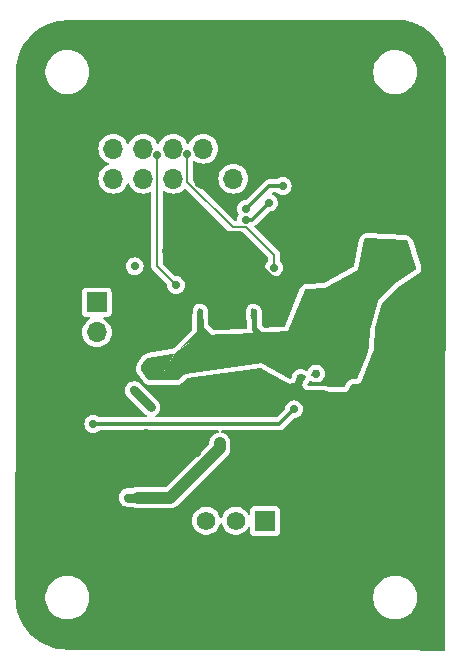
<source format=gbr>
%TF.GenerationSoftware,KiCad,Pcbnew,8.0.5*%
%TF.CreationDate,2025-12-29T14:40:48-06:00*%
%TF.ProjectId,FOC_DV,464f435f-4456-42e6-9b69-6361645f7063,rev?*%
%TF.SameCoordinates,Original*%
%TF.FileFunction,Copper,L2,Bot*%
%TF.FilePolarity,Positive*%
%FSLAX46Y46*%
G04 Gerber Fmt 4.6, Leading zero omitted, Abs format (unit mm)*
G04 Created by KiCad (PCBNEW 8.0.5) date 2025-12-29 14:40:48*
%MOMM*%
%LPD*%
G01*
G04 APERTURE LIST*
%TA.AperFunction,ComponentPad*%
%ADD10C,0.399999*%
%TD*%
%TA.AperFunction,ComponentPad*%
%ADD11R,1.750000X1.750000*%
%TD*%
%TA.AperFunction,ComponentPad*%
%ADD12C,1.575000*%
%TD*%
%TA.AperFunction,ComponentPad*%
%ADD13O,2.500000X1.700000*%
%TD*%
%TA.AperFunction,ComponentPad*%
%ADD14R,1.700000X1.700000*%
%TD*%
%TA.AperFunction,ComponentPad*%
%ADD15O,1.700000X1.700000*%
%TD*%
%TA.AperFunction,ComponentPad*%
%ADD16C,1.600000*%
%TD*%
%TA.AperFunction,ComponentPad*%
%ADD17R,1.600000X1.600000*%
%TD*%
%TA.AperFunction,ViaPad*%
%ADD18C,0.700000*%
%TD*%
%TA.AperFunction,Conductor*%
%ADD19C,0.750000*%
%TD*%
%TA.AperFunction,Conductor*%
%ADD20C,0.300000*%
%TD*%
%TA.AperFunction,Conductor*%
%ADD21C,0.200000*%
%TD*%
%TA.AperFunction,Conductor*%
%ADD22C,1.000000*%
%TD*%
G04 APERTURE END LIST*
D10*
%TO.P,U1,V*%
%TO.N,GND*%
X146049999Y-73500001D03*
X147049999Y-73500001D03*
X148050000Y-73500001D03*
X149050001Y-73500001D03*
X150050001Y-73500001D03*
X146049999Y-72500000D03*
X147049999Y-72500000D03*
X148050000Y-72500000D03*
X149050001Y-72500000D03*
X150050001Y-72500000D03*
X146049999Y-71499999D03*
X147049999Y-71499999D03*
X148050000Y-71499999D03*
X149050001Y-71499999D03*
X150050001Y-71499999D03*
%TD*%
D11*
%TO.P,J3,3,3*%
%TO.N,phase_A*%
X151250000Y-92500000D03*
D12*
%TO.P,J3,2,2*%
%TO.N,phase_B*%
X148750000Y-92500000D03*
%TO.P,J3,1,1*%
%TO.N,phase_C*%
X146250000Y-92500000D03*
%TD*%
D13*
%TO.P,REF\u002A\u002A,1*%
%TO.N,VCC*%
X161500000Y-70750000D03*
%TO.P,REF\u002A\u002A,2*%
%TO.N,GND*%
X161500000Y-64500000D03*
%TD*%
D14*
%TO.P,U2,1*%
%TO.N,GND*%
X148540000Y-61000000D03*
D15*
%TO.P,U2,2*%
%TO.N,+3.3V*%
X148540000Y-63540000D03*
%TO.P,U2,3*%
%TO.N,Net-(U2-En)*%
X146000000Y-61000000D03*
%TO.P,U2,4*%
%TO.N,GND*%
X146000000Y-63540000D03*
%TO.P,U2,5*%
%TO.N,IN3*%
X143460000Y-61000000D03*
%TO.P,U2,6*%
%TO.N,nRST*%
X143460000Y-63540000D03*
%TO.P,U2,7*%
%TO.N,IN2*%
X140920000Y-61000000D03*
%TO.P,U2,8*%
%TO.N,nSLP*%
X140920000Y-63540000D03*
%TO.P,U2,9*%
%TO.N,IN1*%
X138380000Y-61000000D03*
%TO.P,U2,10*%
%TO.N,nFLT*%
X138380000Y-63540000D03*
%TD*%
D14*
%TO.P,J1,1,Pin_1*%
%TO.N,CC_out*%
X137000000Y-74000000D03*
D15*
%TO.P,J1,2,Pin_2*%
%TO.N,CA_out*%
X137000000Y-76540000D03*
%TD*%
D16*
%TO.P,C1,2*%
%TO.N,GND*%
X161750000Y-77150000D03*
D17*
%TO.P,C1,1*%
%TO.N,VCC*%
X159250000Y-77150000D03*
%TD*%
D18*
%TO.N,GND*%
X154240000Y-80400000D03*
X155550000Y-80030000D03*
X158750000Y-81250000D03*
X163320000Y-88060000D03*
X161810000Y-91210000D03*
X158190000Y-85850000D03*
X159020000Y-92890000D03*
X156560000Y-95030000D03*
X153490000Y-98170000D03*
X149399672Y-100280327D03*
X147250000Y-100390000D03*
X144980000Y-100460000D03*
X139770000Y-97750000D03*
X138380000Y-96420000D03*
X136360000Y-93990000D03*
X131230000Y-87270000D03*
X131440000Y-80870000D03*
X131440000Y-73860000D03*
X131320000Y-68530000D03*
X138160000Y-58080000D03*
X144060000Y-58030000D03*
X142779006Y-56566798D03*
X147930991Y-57320869D03*
X151773775Y-58075702D03*
X153626546Y-56360173D03*
X156010000Y-57680000D03*
X158200000Y-60600759D03*
X158830000Y-58730000D03*
X164440000Y-61610000D03*
X162110000Y-60660000D03*
X160007303Y-61837985D03*
X158190000Y-63850000D03*
X161100000Y-66540000D03*
X164790000Y-67970000D03*
X142830000Y-69650000D03*
X156090000Y-83920000D03*
X146970000Y-81630000D03*
X156280000Y-81870000D03*
X147320000Y-80620000D03*
X141170000Y-85025000D03*
X134720000Y-90750000D03*
X134860000Y-92420000D03*
X141600000Y-85700000D03*
X152120000Y-72890000D03*
X151803384Y-72026309D03*
X144949620Y-72229620D03*
%TO.N,IN3*%
X152000000Y-71060000D03*
X144615380Y-61465380D03*
%TO.N,IN2*%
X143710000Y-72550000D03*
X142100000Y-61500000D03*
%TO.N,+3.3V*%
X147410000Y-85940000D03*
X139610000Y-90530000D03*
%TO.N,nRST*%
X152730000Y-64150000D03*
X149624999Y-66085916D03*
%TO.N,nSLP*%
X149590000Y-67000000D03*
X151570000Y-65560000D03*
%TO.N,GND*%
X144750000Y-73050000D03*
X151200000Y-72850000D03*
X151150000Y-71650000D03*
X151400000Y-74150000D03*
X149000000Y-68300000D03*
X165450000Y-86000000D03*
X164410749Y-83737982D03*
X163034432Y-83572161D03*
X163250000Y-84650000D03*
X163700000Y-82250000D03*
X164156048Y-74440384D03*
X164798814Y-75504964D03*
X164879159Y-78417494D03*
X163774407Y-80948381D03*
X164738554Y-80225271D03*
X164798814Y-81470628D03*
X162589308Y-82414690D03*
X162700000Y-81500000D03*
X162800000Y-80400000D03*
X164000000Y-79300000D03*
%TO.N,VCC*%
X150950000Y-78250000D03*
X151850000Y-78150000D03*
X151600000Y-77250000D03*
X150800000Y-77250000D03*
X154100000Y-77200000D03*
X155300000Y-78000000D03*
X156600000Y-78100000D03*
X155500000Y-76800000D03*
X143100000Y-79600000D03*
X144000000Y-78600000D03*
X144300000Y-79400000D03*
X145600000Y-78500000D03*
X145100000Y-77750000D03*
X146000000Y-77150000D03*
%TO.N,CC_out*%
X153700000Y-83050000D03*
X136700000Y-84300000D03*
%TO.N,CA_out*%
X141600000Y-82900000D03*
X140164676Y-81464676D03*
%TO.N,GND*%
X143750000Y-71000000D03*
X156000000Y-85500000D03*
X158000000Y-87000000D03*
X145500000Y-86750000D03*
X143750000Y-85500000D03*
X148250000Y-80500000D03*
X152250000Y-74250000D03*
X158000000Y-69750000D03*
X156750000Y-67500000D03*
%TO.N,EN*%
X140200000Y-70950000D03*
%TD*%
D19*
%TO.N,GND*%
X142830000Y-69650000D02*
X144155000Y-68325000D01*
X144155000Y-68325000D02*
X149000000Y-68325000D01*
X153800000Y-81630000D02*
X156090000Y-83920000D01*
X146970000Y-81630000D02*
X153800000Y-81630000D01*
X156230000Y-81820000D02*
X156280000Y-81870000D01*
X151840000Y-80620000D02*
X153040000Y-81820000D01*
X153040000Y-81820000D02*
X156230000Y-81820000D01*
X147320000Y-80620000D02*
X151840000Y-80620000D01*
X135845000Y-90350000D02*
X141170000Y-85025000D01*
X134720000Y-90750000D02*
X135120000Y-90350000D01*
X135120000Y-90350000D02*
X135845000Y-90350000D01*
X134920000Y-92360000D02*
X134860000Y-92420000D01*
X135730000Y-92360000D02*
X134920000Y-92360000D01*
X141600000Y-85700000D02*
X141600000Y-86490000D01*
X141600000Y-86490000D02*
X135730000Y-92360000D01*
X150825000Y-71595000D02*
X150825000Y-70885000D01*
X152120000Y-72890000D02*
X150825000Y-71595000D01*
X150825000Y-70885000D02*
X148880000Y-68940000D01*
X148880000Y-68940000D02*
X149000000Y-68820000D01*
X149000000Y-68820000D02*
X149000000Y-68325000D01*
X151803384Y-72026309D02*
X151658161Y-72026309D01*
X151658161Y-72026309D02*
X150825000Y-71193148D01*
X150825000Y-71193148D02*
X150825000Y-70125000D01*
X150825000Y-70125000D02*
X149025000Y-68325000D01*
X149025000Y-68325000D02*
X149000000Y-68325000D01*
X144655000Y-71905000D02*
X144949620Y-72199620D01*
X144350000Y-71600000D02*
X144655000Y-71905000D01*
X144655000Y-71905000D02*
X143750000Y-71000000D01*
D20*
X144350000Y-71600000D02*
X143750000Y-71000000D01*
D19*
X144949620Y-72199620D02*
X144949620Y-72229620D01*
D21*
%TO.N,IN3*%
X152000000Y-70000000D02*
X152000000Y-71060000D01*
X149650000Y-67650000D02*
X152000000Y-70000000D01*
X148483654Y-67650000D02*
X149650000Y-67650000D01*
X144615380Y-63781726D02*
X148483654Y-67650000D01*
X144615380Y-61465380D02*
X144615380Y-63781726D01*
%TO.N,IN2*%
X142100000Y-70940000D02*
X143710000Y-72550000D01*
X142100000Y-61500000D02*
X142100000Y-70940000D01*
D19*
%TO.N,+3.3V*%
X140510000Y-90530000D02*
X139610000Y-90530000D01*
D22*
X140510000Y-90530000D02*
X143204925Y-90530000D01*
X143204925Y-90530000D02*
X147410000Y-86324925D01*
X147410000Y-86324925D02*
X147410000Y-85940000D01*
D20*
%TO.N,nRST*%
X151560915Y-64150000D02*
X152730000Y-64150000D01*
X149624999Y-66085916D02*
X151560915Y-64150000D01*
%TO.N,nSLP*%
X149590000Y-67000000D02*
X150130000Y-67000000D01*
X150130000Y-67000000D02*
X151570000Y-65560000D01*
%TO.N,CC_out*%
X152450000Y-84300000D02*
X136700000Y-84300000D01*
X153700000Y-83050000D02*
X152450000Y-84300000D01*
D19*
%TO.N,CA_out*%
X141600000Y-82900000D02*
X140164676Y-81464676D01*
%TD*%
%TA.AperFunction,Conductor*%
%TO.N,GND*%
G36*
X155616171Y-79690271D02*
G01*
X155637784Y-79695204D01*
X155663944Y-79704358D01*
X155690107Y-79713512D01*
X155710079Y-79723131D01*
X155757016Y-79752624D01*
X155774348Y-79766445D01*
X155813551Y-79805648D01*
X155827373Y-79822981D01*
X155856867Y-79869921D01*
X155866485Y-79889894D01*
X155884793Y-79942214D01*
X155889727Y-79963828D01*
X155895934Y-80018917D01*
X155895934Y-80041082D01*
X155889726Y-80096175D01*
X155884794Y-80117783D01*
X155866484Y-80170107D01*
X155856866Y-80190079D01*
X155827374Y-80237016D01*
X155813552Y-80254349D01*
X155774349Y-80293552D01*
X155757016Y-80307374D01*
X155710079Y-80336866D01*
X155690107Y-80346484D01*
X155637785Y-80364793D01*
X155616171Y-80369726D01*
X155561084Y-80375933D01*
X155538913Y-80375933D01*
X155483830Y-80369726D01*
X155462220Y-80364794D01*
X155409888Y-80346483D01*
X155389912Y-80336863D01*
X155300659Y-80280781D01*
X155300656Y-80280779D01*
X155201536Y-80235758D01*
X155201534Y-80235757D01*
X155166467Y-80225227D01*
X155116174Y-80190384D01*
X155095965Y-80132632D01*
X155113561Y-80074032D01*
X155126520Y-80058859D01*
X155136755Y-80049074D01*
X155173821Y-80000393D01*
X155233940Y-79888673D01*
X155233945Y-79888657D01*
X155235514Y-79885101D01*
X155235769Y-79885213D01*
X155243131Y-79869918D01*
X155272624Y-79822980D01*
X155286437Y-79805658D01*
X155325656Y-79766439D01*
X155342981Y-79752624D01*
X155389921Y-79723129D01*
X155409884Y-79713515D01*
X155462220Y-79695201D01*
X155483826Y-79690271D01*
X155538914Y-79684064D01*
X155561084Y-79684064D01*
X155616171Y-79690271D01*
G37*
%TD.AperFunction*%
%TA.AperFunction,Conductor*%
G36*
X162963090Y-50102453D02*
G01*
X163307126Y-50170826D01*
X163315606Y-50172905D01*
X163600721Y-50256369D01*
X163686025Y-50281341D01*
X163694322Y-50284175D01*
X163885691Y-50359144D01*
X164053667Y-50424949D01*
X164061671Y-50428501D01*
X164354768Y-50574437D01*
X164407159Y-50600523D01*
X164414823Y-50604773D01*
X164743728Y-50806685D01*
X164750985Y-50811596D01*
X165060745Y-51041827D01*
X165067544Y-51047364D01*
X165355696Y-51304081D01*
X165361979Y-51310198D01*
X165626298Y-51591417D01*
X165632014Y-51598065D01*
X165870414Y-51901568D01*
X165875520Y-51908697D01*
X166086132Y-52232107D01*
X166090586Y-52239659D01*
X166271751Y-52580427D01*
X166275520Y-52588344D01*
X166425823Y-52943803D01*
X166428877Y-52952022D01*
X166525914Y-53253456D01*
X166530677Y-53283854D01*
X166499876Y-103387947D01*
X166480933Y-103446126D01*
X166431411Y-103482059D01*
X166398814Y-103486865D01*
X162282740Y-103401114D01*
X162271885Y-103400289D01*
X162265893Y-103399500D01*
X162265892Y-103399500D01*
X162265890Y-103399500D01*
X162206273Y-103399500D01*
X162204211Y-103399479D01*
X162200131Y-103399394D01*
X162144547Y-103398236D01*
X162144546Y-103398236D01*
X162144542Y-103398236D01*
X162138537Y-103398900D01*
X162127658Y-103399500D01*
X134502279Y-103399500D01*
X134497707Y-103399394D01*
X134098646Y-103380944D01*
X134089541Y-103380101D01*
X133696119Y-103325221D01*
X133687130Y-103323540D01*
X133300479Y-103232600D01*
X133291684Y-103230098D01*
X132915060Y-103103867D01*
X132906533Y-103100564D01*
X132543162Y-102940120D01*
X132534976Y-102936043D01*
X132187956Y-102742753D01*
X132180182Y-102737940D01*
X131852486Y-102513464D01*
X131845188Y-102507953D01*
X131539601Y-102254197D01*
X131532843Y-102248037D01*
X131251962Y-101967156D01*
X131245802Y-101960398D01*
X130992046Y-101654811D01*
X130986535Y-101647513D01*
X130762059Y-101319817D01*
X130757246Y-101312043D01*
X130563956Y-100965023D01*
X130559879Y-100956837D01*
X130514692Y-100854499D01*
X130399435Y-100593466D01*
X130396132Y-100584939D01*
X130269901Y-100208315D01*
X130267399Y-100199520D01*
X130228120Y-100032515D01*
X130176456Y-99812854D01*
X130174780Y-99803893D01*
X130119898Y-99410458D01*
X130119055Y-99401353D01*
X130117262Y-99362563D01*
X130100606Y-99002306D01*
X130100501Y-98997691D01*
X130100573Y-98878448D01*
X132645500Y-98878448D01*
X132645500Y-99121551D01*
X132677230Y-99362563D01*
X132677230Y-99362568D01*
X132740149Y-99597387D01*
X132833178Y-99821979D01*
X132833181Y-99821984D01*
X132954731Y-100032516D01*
X133102722Y-100225380D01*
X133274620Y-100397278D01*
X133467484Y-100545269D01*
X133678016Y-100666819D01*
X133678017Y-100666819D01*
X133678020Y-100666821D01*
X133902612Y-100759850D01*
X134137429Y-100822769D01*
X134378450Y-100854500D01*
X134378451Y-100854500D01*
X134621549Y-100854500D01*
X134621550Y-100854500D01*
X134862571Y-100822769D01*
X135097388Y-100759850D01*
X135321984Y-100666819D01*
X135532516Y-100545269D01*
X135725380Y-100397278D01*
X135897278Y-100225380D01*
X136045269Y-100032516D01*
X136166819Y-99821984D01*
X136259850Y-99597388D01*
X136322769Y-99362571D01*
X136354500Y-99121550D01*
X136354500Y-98878450D01*
X136354500Y-98878448D01*
X160395500Y-98878448D01*
X160395500Y-99121551D01*
X160427230Y-99362563D01*
X160427230Y-99362568D01*
X160490149Y-99597387D01*
X160583178Y-99821979D01*
X160583181Y-99821984D01*
X160704731Y-100032516D01*
X160852722Y-100225380D01*
X161024620Y-100397278D01*
X161217484Y-100545269D01*
X161428016Y-100666819D01*
X161428017Y-100666819D01*
X161428020Y-100666821D01*
X161652612Y-100759850D01*
X161887429Y-100822769D01*
X162128450Y-100854500D01*
X162128451Y-100854500D01*
X162371549Y-100854500D01*
X162371550Y-100854500D01*
X162612571Y-100822769D01*
X162847388Y-100759850D01*
X163071984Y-100666819D01*
X163282516Y-100545269D01*
X163475380Y-100397278D01*
X163647278Y-100225380D01*
X163795269Y-100032516D01*
X163916819Y-99821984D01*
X164009850Y-99597388D01*
X164072769Y-99362571D01*
X164104500Y-99121550D01*
X164104500Y-98878450D01*
X164072769Y-98637429D01*
X164009850Y-98402612D01*
X163916819Y-98178016D01*
X163795269Y-97967484D01*
X163647278Y-97774620D01*
X163475380Y-97602722D01*
X163282516Y-97454731D01*
X163282517Y-97454731D01*
X163282515Y-97454730D01*
X163071979Y-97333178D01*
X162847387Y-97240149D01*
X162687001Y-97197174D01*
X162612571Y-97177231D01*
X162612568Y-97177230D01*
X162612566Y-97177230D01*
X162371551Y-97145500D01*
X162371550Y-97145500D01*
X162128450Y-97145500D01*
X162128448Y-97145500D01*
X161887436Y-97177230D01*
X161887431Y-97177230D01*
X161652612Y-97240149D01*
X161428020Y-97333178D01*
X161217484Y-97454730D01*
X161024623Y-97602719D01*
X160852719Y-97774623D01*
X160704730Y-97967484D01*
X160583178Y-98178020D01*
X160490149Y-98402612D01*
X160427230Y-98637431D01*
X160427230Y-98637436D01*
X160395500Y-98878448D01*
X136354500Y-98878448D01*
X136322769Y-98637429D01*
X136259850Y-98402612D01*
X136166819Y-98178016D01*
X136045269Y-97967484D01*
X135897278Y-97774620D01*
X135725380Y-97602722D01*
X135532516Y-97454731D01*
X135532517Y-97454731D01*
X135532515Y-97454730D01*
X135321979Y-97333178D01*
X135097387Y-97240149D01*
X134937001Y-97197174D01*
X134862571Y-97177231D01*
X134862568Y-97177230D01*
X134862566Y-97177230D01*
X134621551Y-97145500D01*
X134621550Y-97145500D01*
X134378450Y-97145500D01*
X134378448Y-97145500D01*
X134137436Y-97177230D01*
X134137431Y-97177230D01*
X133902612Y-97240149D01*
X133678020Y-97333178D01*
X133467484Y-97454730D01*
X133274623Y-97602719D01*
X133102719Y-97774623D01*
X132954730Y-97967484D01*
X132833178Y-98178020D01*
X132740149Y-98402612D01*
X132677230Y-98637431D01*
X132677230Y-98637436D01*
X132645500Y-98878448D01*
X130100573Y-98878448D01*
X130104433Y-92500000D01*
X145056910Y-92500000D01*
X145077225Y-92719230D01*
X145137477Y-92930994D01*
X145235614Y-93128081D01*
X145368296Y-93303780D01*
X145531003Y-93452106D01*
X145718194Y-93568010D01*
X145923495Y-93647545D01*
X146139916Y-93688000D01*
X146360084Y-93688000D01*
X146576505Y-93647545D01*
X146781806Y-93568010D01*
X146968997Y-93452106D01*
X147131704Y-93303780D01*
X147264386Y-93128081D01*
X147362523Y-92930994D01*
X147404780Y-92782475D01*
X147438889Y-92731682D01*
X147496342Y-92710638D01*
X147555191Y-92727382D01*
X147592960Y-92775519D01*
X147595215Y-92782459D01*
X147637477Y-92930994D01*
X147735614Y-93128081D01*
X147868296Y-93303780D01*
X148031003Y-93452106D01*
X148218194Y-93568010D01*
X148423495Y-93647545D01*
X148639916Y-93688000D01*
X148860084Y-93688000D01*
X149076505Y-93647545D01*
X149281806Y-93568010D01*
X149468997Y-93452106D01*
X149631704Y-93303780D01*
X149764386Y-93128081D01*
X149786880Y-93082905D01*
X149829740Y-93039245D01*
X149890081Y-93029115D01*
X149944853Y-93056386D01*
X149973134Y-93110644D01*
X149974500Y-93127035D01*
X149974500Y-93406521D01*
X149974501Y-93406523D01*
X149989352Y-93500299D01*
X149989354Y-93500304D01*
X150046950Y-93613342D01*
X150136658Y-93703050D01*
X150249696Y-93760646D01*
X150343481Y-93775500D01*
X152156518Y-93775499D01*
X152156521Y-93775499D01*
X152156522Y-93775498D01*
X152203411Y-93768072D01*
X152250299Y-93760647D01*
X152250299Y-93760646D01*
X152250304Y-93760646D01*
X152363342Y-93703050D01*
X152453050Y-93613342D01*
X152510646Y-93500304D01*
X152525500Y-93406519D01*
X152525499Y-91593482D01*
X152525499Y-91593481D01*
X152525499Y-91593478D01*
X152525498Y-91593476D01*
X152510647Y-91499700D01*
X152510646Y-91499698D01*
X152510646Y-91499696D01*
X152453050Y-91386658D01*
X152363342Y-91296950D01*
X152250304Y-91239354D01*
X152250305Y-91239354D01*
X152156521Y-91224500D01*
X150343478Y-91224500D01*
X150343476Y-91224501D01*
X150249700Y-91239352D01*
X150249695Y-91239354D01*
X150136659Y-91296949D01*
X150046949Y-91386659D01*
X149989354Y-91499695D01*
X149974500Y-91593478D01*
X149974500Y-91872963D01*
X149955593Y-91931154D01*
X149906093Y-91967118D01*
X149844907Y-91967118D01*
X149795407Y-91931154D01*
X149786879Y-91917091D01*
X149781069Y-91905424D01*
X149764386Y-91871919D01*
X149631704Y-91696220D01*
X149468997Y-91547894D01*
X149281806Y-91431990D01*
X149076505Y-91352455D01*
X149076504Y-91352454D01*
X149076502Y-91352454D01*
X148860084Y-91312000D01*
X148639916Y-91312000D01*
X148423497Y-91352454D01*
X148218193Y-91431990D01*
X148218188Y-91431993D01*
X148031005Y-91547892D01*
X148031002Y-91547894D01*
X147868297Y-91696218D01*
X147735615Y-91871917D01*
X147735610Y-91871926D01*
X147637478Y-92069003D01*
X147595221Y-92217522D01*
X147561111Y-92268317D01*
X147503658Y-92289361D01*
X147444809Y-92272617D01*
X147407040Y-92224480D01*
X147404779Y-92217522D01*
X147362523Y-92069006D01*
X147264386Y-91871919D01*
X147131704Y-91696220D01*
X146968997Y-91547894D01*
X146781806Y-91431990D01*
X146576505Y-91352455D01*
X146576504Y-91352454D01*
X146576502Y-91352454D01*
X146360084Y-91312000D01*
X146139916Y-91312000D01*
X145923497Y-91352454D01*
X145718193Y-91431990D01*
X145718188Y-91431993D01*
X145531005Y-91547892D01*
X145531002Y-91547894D01*
X145368297Y-91696218D01*
X145235615Y-91871917D01*
X145235610Y-91871926D01*
X145137478Y-92069003D01*
X145137477Y-92069006D01*
X145077225Y-92280770D01*
X145056910Y-92500000D01*
X130104433Y-92500000D01*
X130109396Y-84299995D01*
X135944751Y-84299995D01*
X135944751Y-84300004D01*
X135963685Y-84468053D01*
X135963688Y-84468065D01*
X136019544Y-84627690D01*
X136019544Y-84627691D01*
X136109520Y-84770886D01*
X136109523Y-84770890D01*
X136229110Y-84890477D01*
X136229112Y-84890478D01*
X136229113Y-84890479D01*
X136341562Y-84961136D01*
X136372310Y-84980456D01*
X136436232Y-85002823D01*
X136531934Y-85036311D01*
X136531938Y-85036312D01*
X136531941Y-85036313D01*
X136531942Y-85036313D01*
X136531946Y-85036314D01*
X136699996Y-85055249D01*
X136700000Y-85055249D01*
X136700004Y-85055249D01*
X136868053Y-85036314D01*
X136868055Y-85036313D01*
X136868059Y-85036313D01*
X137027690Y-84980456D01*
X137170890Y-84890477D01*
X137181872Y-84879494D01*
X137236387Y-84851719D01*
X137251874Y-84850500D01*
X147266311Y-84850500D01*
X147324502Y-84869407D01*
X147360466Y-84918907D01*
X147360466Y-84980093D01*
X147324502Y-85029593D01*
X147285625Y-85046598D01*
X147147334Y-85074106D01*
X147147332Y-85074106D01*
X146983455Y-85141985D01*
X146983454Y-85141985D01*
X146835965Y-85240535D01*
X146710535Y-85365965D01*
X146611985Y-85513454D01*
X146611985Y-85513455D01*
X146544106Y-85677332D01*
X146544106Y-85677334D01*
X146509500Y-85851306D01*
X146509500Y-85910917D01*
X146490593Y-85969108D01*
X146480504Y-85980921D01*
X142860921Y-89600504D01*
X142806404Y-89628281D01*
X142790917Y-89629500D01*
X140421306Y-89629500D01*
X140247334Y-89664106D01*
X140247332Y-89664106D01*
X140083457Y-89731984D01*
X140083444Y-89731991D01*
X140074731Y-89737814D01*
X140019728Y-89754500D01*
X139533617Y-89754500D01*
X139383795Y-89784302D01*
X139383793Y-89784302D01*
X139242665Y-89842759D01*
X139242664Y-89842759D01*
X139115648Y-89927630D01*
X139115644Y-89927633D01*
X139007633Y-90035644D01*
X139007630Y-90035648D01*
X138922759Y-90162664D01*
X138922759Y-90162665D01*
X138864302Y-90303793D01*
X138864302Y-90303795D01*
X138834500Y-90453617D01*
X138834500Y-90606382D01*
X138864302Y-90756204D01*
X138864302Y-90756206D01*
X138922759Y-90897334D01*
X138922759Y-90897335D01*
X138965049Y-90960626D01*
X139007630Y-91024352D01*
X139115648Y-91132370D01*
X139242663Y-91217239D01*
X139242664Y-91217239D01*
X139242665Y-91217240D01*
X139260195Y-91224501D01*
X139383795Y-91275698D01*
X139533620Y-91305500D01*
X140019728Y-91305500D01*
X140074731Y-91322186D01*
X140083444Y-91328008D01*
X140083457Y-91328015D01*
X140142459Y-91352454D01*
X140247334Y-91395894D01*
X140421309Y-91430500D01*
X140421310Y-91430500D01*
X143293616Y-91430500D01*
X143293617Y-91430500D01*
X143467591Y-91395895D01*
X143549531Y-91361953D01*
X143631472Y-91328013D01*
X143764159Y-91239354D01*
X143778961Y-91229464D01*
X148109464Y-86898961D01*
X148109813Y-86898437D01*
X148148935Y-86839887D01*
X148148936Y-86839885D01*
X148172599Y-86804471D01*
X148208013Y-86751472D01*
X148241953Y-86669531D01*
X148275895Y-86587591D01*
X148310500Y-86413617D01*
X148310500Y-86236233D01*
X148310500Y-85851309D01*
X148275894Y-85677334D01*
X148208014Y-85513455D01*
X148208014Y-85513454D01*
X148109464Y-85365965D01*
X147984034Y-85240535D01*
X147836544Y-85141985D01*
X147672666Y-85074106D01*
X147534375Y-85046598D01*
X147480991Y-85016701D01*
X147455375Y-84961136D01*
X147467312Y-84901126D01*
X147512242Y-84859594D01*
X147553689Y-84850500D01*
X152522474Y-84850500D01*
X152522475Y-84850500D01*
X152662485Y-84812984D01*
X152788015Y-84740510D01*
X153701737Y-83826786D01*
X153756252Y-83799011D01*
X153760637Y-83798416D01*
X153868059Y-83786313D01*
X154027690Y-83730456D01*
X154170890Y-83640477D01*
X154290477Y-83520890D01*
X154380456Y-83377690D01*
X154436313Y-83218059D01*
X154455249Y-83050000D01*
X154455249Y-83049995D01*
X154436314Y-82881946D01*
X154436311Y-82881934D01*
X154413480Y-82816690D01*
X154380456Y-82722310D01*
X154290477Y-82579110D01*
X154170890Y-82459523D01*
X154170887Y-82459521D01*
X154170886Y-82459520D01*
X154027691Y-82369544D01*
X153868065Y-82313688D01*
X153868053Y-82313685D01*
X153700004Y-82294751D01*
X153699996Y-82294751D01*
X153531946Y-82313685D01*
X153531934Y-82313688D01*
X153372309Y-82369544D01*
X153372308Y-82369544D01*
X153229113Y-82459520D01*
X153109520Y-82579113D01*
X153019544Y-82722308D01*
X153019544Y-82722309D01*
X152963686Y-82881939D01*
X152963686Y-82881941D01*
X152951584Y-82989344D01*
X152926280Y-83045051D01*
X152923211Y-83048261D01*
X152250971Y-83720503D01*
X152196454Y-83748281D01*
X152180967Y-83749500D01*
X142050856Y-83749500D01*
X141992665Y-83730593D01*
X141956701Y-83681093D01*
X141956701Y-83619907D01*
X141992665Y-83570407D01*
X141995855Y-83568184D01*
X142030925Y-83544751D01*
X142094353Y-83502370D01*
X142202370Y-83394353D01*
X142287239Y-83267337D01*
X142345698Y-83126205D01*
X142375500Y-82976380D01*
X142375500Y-82823620D01*
X142345698Y-82673795D01*
X142287240Y-82532665D01*
X142287240Y-82532664D01*
X142238366Y-82459520D01*
X142202370Y-82405648D01*
X140659028Y-80862306D01*
X140532013Y-80777437D01*
X140532012Y-80777436D01*
X140532010Y-80777435D01*
X140390881Y-80718978D01*
X140241058Y-80689176D01*
X140241056Y-80689176D01*
X140088296Y-80689176D01*
X140088293Y-80689176D01*
X139938471Y-80718978D01*
X139938469Y-80718978D01*
X139797341Y-80777435D01*
X139797340Y-80777435D01*
X139670324Y-80862306D01*
X139670320Y-80862309D01*
X139562309Y-80970320D01*
X139562306Y-80970324D01*
X139477435Y-81097340D01*
X139477435Y-81097341D01*
X139418978Y-81238469D01*
X139418978Y-81238471D01*
X139389176Y-81388293D01*
X139389176Y-81541058D01*
X139418978Y-81690880D01*
X139418978Y-81690882D01*
X139477435Y-81832010D01*
X139477435Y-81832011D01*
X139519725Y-81895302D01*
X139562306Y-81959028D01*
X141105648Y-83502370D01*
X141204147Y-83568185D01*
X141242026Y-83616235D01*
X141244428Y-83677373D01*
X141210435Y-83728247D01*
X141153031Y-83749424D01*
X141149145Y-83749500D01*
X137251874Y-83749500D01*
X137193683Y-83730593D01*
X137181876Y-83720509D01*
X137170890Y-83709523D01*
X137170887Y-83709521D01*
X137170886Y-83709520D01*
X137027691Y-83619544D01*
X136868065Y-83563688D01*
X136868053Y-83563685D01*
X136700004Y-83544751D01*
X136699996Y-83544751D01*
X136531946Y-83563685D01*
X136531934Y-83563688D01*
X136372309Y-83619544D01*
X136372308Y-83619544D01*
X136229113Y-83709520D01*
X136109520Y-83829113D01*
X136019544Y-83972308D01*
X136019544Y-83972309D01*
X135963688Y-84131934D01*
X135963685Y-84131946D01*
X135944751Y-84299995D01*
X130109396Y-84299995D01*
X130112255Y-79575886D01*
X140305316Y-79575886D01*
X140308293Y-79651225D01*
X140308295Y-79651240D01*
X140318646Y-79727626D01*
X140327184Y-79764103D01*
X140327187Y-79764114D01*
X140351813Y-79837168D01*
X140386510Y-79914797D01*
X140386516Y-79914809D01*
X140386521Y-79914820D01*
X140396493Y-79934554D01*
X140403907Y-79949225D01*
X140413178Y-79965588D01*
X140413182Y-79965594D01*
X140413185Y-79965599D01*
X140433772Y-79998212D01*
X140433788Y-79998236D01*
X140510101Y-80107254D01*
X140917446Y-80689176D01*
X140923685Y-80698088D01*
X140943327Y-80723887D01*
X140953391Y-80736062D01*
X140975044Y-80760222D01*
X141024997Y-80811661D01*
X141025005Y-80811668D01*
X141073722Y-80854399D01*
X141073725Y-80854402D01*
X141099020Y-80873237D01*
X141115840Y-80883782D01*
X141153937Y-80907669D01*
X141210388Y-80937060D01*
X141238072Y-80948766D01*
X141270072Y-80962297D01*
X141270074Y-80962297D01*
X141270082Y-80962301D01*
X141290492Y-80969065D01*
X141300019Y-80972223D01*
X141300022Y-80972223D01*
X141300026Y-80972225D01*
X141362983Y-80987633D01*
X141362988Y-80987633D01*
X141362989Y-80987634D01*
X141453538Y-81002248D01*
X141461664Y-81002420D01*
X141465943Y-81002937D01*
X141481716Y-81004202D01*
X141514133Y-81005500D01*
X141514142Y-81005500D01*
X143725402Y-81005500D01*
X143725406Y-81005499D01*
X143762602Y-81003789D01*
X143762619Y-81003787D01*
X143762627Y-81003787D01*
X143773556Y-81002779D01*
X143780691Y-81002122D01*
X143817571Y-80997007D01*
X143898295Y-80982005D01*
X143969879Y-80961761D01*
X144003637Y-80948766D01*
X144070326Y-80915780D01*
X144140269Y-80872782D01*
X144171062Y-80851845D01*
X144185598Y-80840953D01*
X144214345Y-80817276D01*
X144605823Y-80463438D01*
X144658600Y-80438823D01*
X150852079Y-79579613D01*
X150912314Y-79590345D01*
X150913410Y-79590940D01*
X151764754Y-80060271D01*
X153143920Y-80820581D01*
X153143945Y-80820594D01*
X153143952Y-80820598D01*
X153157824Y-80827900D01*
X153164676Y-80831339D01*
X153178871Y-80838122D01*
X153301167Y-80871874D01*
X153361968Y-80878725D01*
X153361969Y-80878725D01*
X153488710Y-80873034D01*
X153607488Y-80828456D01*
X153660703Y-80798261D01*
X153759893Y-80719160D01*
X153829785Y-80613279D01*
X153853023Y-80562118D01*
X153854766Y-80558744D01*
X153888838Y-80435285D01*
X153888838Y-80435284D01*
X153888841Y-80435274D01*
X153900270Y-80333825D01*
X153905204Y-80312214D01*
X153906898Y-80307374D01*
X153923515Y-80259885D01*
X153933129Y-80239920D01*
X153962623Y-80192982D01*
X153976439Y-80175656D01*
X154015656Y-80136439D01*
X154032981Y-80122624D01*
X154079921Y-80093129D01*
X154099884Y-80083515D01*
X154152220Y-80065201D01*
X154173826Y-80060271D01*
X154228914Y-80054064D01*
X154251076Y-80054063D01*
X154306175Y-80060270D01*
X154327783Y-80065203D01*
X154380106Y-80083512D01*
X154400077Y-80093129D01*
X154489342Y-80149219D01*
X154588460Y-80194240D01*
X154623528Y-80204770D01*
X154673822Y-80239614D01*
X154694031Y-80297366D01*
X154676435Y-80355966D01*
X154663473Y-80371143D01*
X154653241Y-80380925D01*
X154653238Y-80380928D01*
X154616899Y-80428656D01*
X154616280Y-80429448D01*
X154616170Y-80429615D01*
X154556055Y-80541333D01*
X154554487Y-80544893D01*
X154554236Y-80544782D01*
X154546866Y-80560080D01*
X154491221Y-80648638D01*
X154485145Y-80657252D01*
X154480123Y-80663622D01*
X154455972Y-80703035D01*
X154455963Y-80703050D01*
X154416067Y-80789598D01*
X154416065Y-80789602D01*
X154396219Y-80914905D01*
X154396219Y-80976095D01*
X154416066Y-81101400D01*
X154473662Y-81214440D01*
X154473666Y-81214446D01*
X154509622Y-81263935D01*
X154509624Y-81263937D01*
X154509627Y-81263941D01*
X154509628Y-81263942D01*
X154599338Y-81353651D01*
X154599339Y-81353652D01*
X154712370Y-81411243D01*
X154712375Y-81411245D01*
X154712379Y-81411247D01*
X154770570Y-81430154D01*
X154820691Y-81438092D01*
X154895871Y-81450000D01*
X154895874Y-81450000D01*
X156256694Y-81450000D01*
X156276006Y-81451902D01*
X156295309Y-81455741D01*
X156328361Y-81462315D01*
X156346924Y-81467946D01*
X156442157Y-81507393D01*
X156442157Y-81507392D01*
X156468996Y-81518510D01*
X156474464Y-81520972D01*
X156477010Y-81522212D01*
X156477185Y-81522297D01*
X156527637Y-81538876D01*
X156635604Y-81558714D01*
X157887468Y-81616271D01*
X157887478Y-81616270D01*
X157887482Y-81616271D01*
X157908778Y-81615929D01*
X157937699Y-81615465D01*
X157962103Y-81613557D01*
X157962120Y-81613554D01*
X157962129Y-81613554D01*
X157992488Y-81609275D01*
X158011830Y-81606550D01*
X158130610Y-81561973D01*
X158136356Y-81558713D01*
X158139036Y-81557191D01*
X158183826Y-81531778D01*
X158283016Y-81452678D01*
X158352909Y-81346798D01*
X158378213Y-81291091D01*
X158378215Y-81291086D01*
X158385708Y-81263935D01*
X158407582Y-81184677D01*
X158409570Y-81178316D01*
X158433513Y-81109891D01*
X158443131Y-81089918D01*
X158472624Y-81042981D01*
X158486439Y-81025656D01*
X158525656Y-80986439D01*
X158542981Y-80972624D01*
X158589921Y-80943129D01*
X158609884Y-80933515D01*
X158662220Y-80915201D01*
X158683822Y-80910271D01*
X158738922Y-80904063D01*
X158761083Y-80904063D01*
X158827248Y-80911519D01*
X158832067Y-80912062D01*
X158847149Y-80914960D01*
X158854706Y-80917031D01*
X158854709Y-80917031D01*
X158854718Y-80917034D01*
X158881461Y-80922410D01*
X158936994Y-80929629D01*
X158936998Y-80929628D01*
X158937001Y-80929629D01*
X159063258Y-80917355D01*
X159063259Y-80917354D01*
X159063267Y-80917354D01*
X159122490Y-80901980D01*
X159238788Y-80851285D01*
X159333730Y-80767133D01*
X159372605Y-80719886D01*
X159436896Y-80610514D01*
X160224291Y-78606235D01*
X160225676Y-78602660D01*
X160226346Y-78600906D01*
X160227704Y-78597299D01*
X160229370Y-78592810D01*
X160231984Y-78585557D01*
X160233227Y-78582002D01*
X160235704Y-78574695D01*
X160237201Y-78570137D01*
X160238364Y-78566538D01*
X160238929Y-78564762D01*
X160240080Y-78561083D01*
X160337191Y-78245469D01*
X160361810Y-78204581D01*
X160378050Y-78188342D01*
X160435646Y-78075304D01*
X160450500Y-77981519D01*
X160450499Y-77859389D01*
X160451628Y-77844483D01*
X160451834Y-77843129D01*
X160451838Y-77843103D01*
X160453634Y-77828397D01*
X160454913Y-77816458D01*
X160455450Y-77810632D01*
X160456372Y-77798708D01*
X160456373Y-77798700D01*
X160550818Y-76287534D01*
X160551432Y-76277711D01*
X160554822Y-76257494D01*
X160555619Y-76254612D01*
X160567162Y-76212883D01*
X160567161Y-76212882D01*
X161156671Y-74081574D01*
X161180818Y-74039255D01*
X162400823Y-72774064D01*
X162418646Y-72759450D01*
X164179466Y-71630720D01*
X164215525Y-71604710D01*
X164232384Y-71591084D01*
X164265378Y-71561283D01*
X164303462Y-71522890D01*
X164358709Y-71453394D01*
X164381670Y-71416931D01*
X164420483Y-71337038D01*
X164423502Y-71328572D01*
X164434883Y-71296661D01*
X164455374Y-71210270D01*
X164460669Y-71167504D01*
X164461866Y-71078716D01*
X164456670Y-71024889D01*
X164454086Y-71007919D01*
X164449982Y-70980962D01*
X164449979Y-70980940D01*
X164445547Y-70959722D01*
X164434085Y-70916765D01*
X164002468Y-69594937D01*
X163731043Y-68763698D01*
X163716544Y-68725827D01*
X163708563Y-68707745D01*
X163690356Y-68671517D01*
X163665954Y-68628469D01*
X163619177Y-68562350D01*
X163619171Y-68562343D01*
X163619164Y-68562334D01*
X163593365Y-68532666D01*
X163593359Y-68532660D01*
X163593357Y-68532658D01*
X163541235Y-68483613D01*
X163534372Y-68477155D01*
X163534368Y-68477152D01*
X163534366Y-68477150D01*
X163503158Y-68453181D01*
X163503155Y-68453179D01*
X163503151Y-68453176D01*
X163434321Y-68410510D01*
X163398978Y-68393224D01*
X163398976Y-68393223D01*
X163323035Y-68365083D01*
X163323032Y-68365082D01*
X163323029Y-68365081D01*
X163275162Y-68352612D01*
X163275142Y-68352607D01*
X163235441Y-68344361D01*
X163215894Y-68341311D01*
X163175598Y-68337074D01*
X163175584Y-68337073D01*
X163175582Y-68337073D01*
X159856410Y-68155201D01*
X159856406Y-68155201D01*
X159856393Y-68155200D01*
X159811213Y-68155410D01*
X159808287Y-68155424D01*
X159808276Y-68155424D01*
X159808264Y-68155425D01*
X159784911Y-68156922D01*
X159784906Y-68156922D01*
X159784900Y-68156923D01*
X159749882Y-68161264D01*
X159737169Y-68162841D01*
X159737146Y-68162844D01*
X159679808Y-68173439D01*
X159588098Y-68201948D01*
X159545577Y-68220943D01*
X159545570Y-68220947D01*
X159463138Y-68270230D01*
X159463136Y-68270231D01*
X159426595Y-68298447D01*
X159426591Y-68298450D01*
X159358055Y-68365745D01*
X159358047Y-68365754D01*
X159328930Y-68402070D01*
X159328925Y-68402077D01*
X159328925Y-68402078D01*
X159282159Y-68477155D01*
X159278136Y-68483613D01*
X159253375Y-68536430D01*
X159235595Y-68581072D01*
X159235592Y-68581080D01*
X159228214Y-68603367D01*
X159228213Y-68603368D01*
X159215835Y-68649838D01*
X159215832Y-68649851D01*
X158749103Y-70941066D01*
X158718961Y-70994312D01*
X158700042Y-71007919D01*
X156210524Y-72386045D01*
X156165576Y-72398386D01*
X154921056Y-72436098D01*
X154777917Y-72440436D01*
X154763469Y-72441573D01*
X154738885Y-72443509D01*
X154725930Y-72445162D01*
X154719983Y-72445921D01*
X154719973Y-72445922D01*
X154719971Y-72445923D01*
X154710990Y-72447511D01*
X154681517Y-72452724D01*
X154681508Y-72452725D01*
X154681491Y-72452729D01*
X154634938Y-72463297D01*
X154634933Y-72463299D01*
X154634929Y-72463300D01*
X154634926Y-72463301D01*
X154610562Y-72471366D01*
X154560769Y-72487850D01*
X154526053Y-72503194D01*
X154457980Y-72541507D01*
X154457979Y-72541507D01*
X154426804Y-72563254D01*
X154426801Y-72563256D01*
X154367336Y-72613910D01*
X154340946Y-72641192D01*
X154340944Y-72641195D01*
X154292293Y-72702316D01*
X154266282Y-72742381D01*
X154246597Y-72776160D01*
X154237802Y-72793079D01*
X154221453Y-72828621D01*
X152945140Y-75997397D01*
X152905861Y-76044310D01*
X152857705Y-76059312D01*
X151933481Y-76100389D01*
X151933462Y-76100389D01*
X151188160Y-76133514D01*
X151129187Y-76117209D01*
X151106458Y-76096457D01*
X150977194Y-75934876D01*
X150955607Y-75877625D01*
X150955500Y-75873031D01*
X150955500Y-74780477D01*
X150955500Y-74780464D01*
X150953546Y-74740707D01*
X150951643Y-74721391D01*
X150945804Y-74682030D01*
X150938552Y-74645576D01*
X150938551Y-74645575D01*
X150938551Y-74645570D01*
X150915483Y-74569531D01*
X150915474Y-74569507D01*
X150900697Y-74533832D01*
X150876279Y-74488148D01*
X150863229Y-74463732D01*
X150842583Y-74432832D01*
X150818889Y-74400882D01*
X150818273Y-74400131D01*
X150806587Y-74385889D01*
X150806584Y-74385887D01*
X150806577Y-74385878D01*
X150779838Y-74356374D01*
X150772431Y-74348967D01*
X150769025Y-74342281D01*
X150728427Y-74309604D01*
X150728424Y-74309602D01*
X150727085Y-74308524D01*
X150727069Y-74308511D01*
X150727058Y-74308503D01*
X150727059Y-74308503D01*
X150710041Y-74294805D01*
X150710022Y-74294791D01*
X150674640Y-74269323D01*
X150674635Y-74269320D01*
X150674627Y-74269314D01*
X150656721Y-74257835D01*
X150656719Y-74257834D01*
X150656713Y-74257830D01*
X150618776Y-74236297D01*
X150618768Y-74236293D01*
X150594635Y-74224265D01*
X150594623Y-74224259D01*
X150574850Y-74215060D01*
X150573720Y-74214570D01*
X150565067Y-74210824D01*
X150544809Y-74202693D01*
X150415339Y-74154743D01*
X150415335Y-74154742D01*
X150392734Y-74146370D01*
X150379637Y-74142360D01*
X150348063Y-74132692D01*
X150325961Y-74127295D01*
X150325953Y-74127293D01*
X150325951Y-74127293D01*
X150280060Y-74118851D01*
X150270011Y-74117595D01*
X150254942Y-74115712D01*
X150254938Y-74115711D01*
X150254935Y-74115711D01*
X150163542Y-74114874D01*
X150161755Y-74114858D01*
X150161754Y-74114858D01*
X150161753Y-74114858D01*
X150161745Y-74114858D01*
X150116820Y-74119637D01*
X150116798Y-74119641D01*
X150025866Y-74140087D01*
X150012586Y-74144731D01*
X149930410Y-74184334D01*
X149903290Y-74201405D01*
X149892970Y-74207901D01*
X149889302Y-74210834D01*
X149821725Y-74264868D01*
X149810756Y-74275877D01*
X149755115Y-74345629D01*
X149732002Y-74382242D01*
X149692971Y-74462457D01*
X149683809Y-74488142D01*
X149671139Y-74530980D01*
X149666126Y-74552154D01*
X149666125Y-74552159D01*
X149658239Y-74596165D01*
X149658238Y-74596173D01*
X149641677Y-74731039D01*
X149641677Y-74731040D01*
X149602033Y-75053852D01*
X149600354Y-75070284D01*
X149599699Y-75078315D01*
X149598688Y-75094895D01*
X149597858Y-75115366D01*
X149597869Y-75148477D01*
X149598532Y-75164603D01*
X149601254Y-75197676D01*
X149603772Y-75218044D01*
X149606141Y-75234459D01*
X149607443Y-75242338D01*
X149610486Y-75258665D01*
X149705991Y-75718823D01*
X149707822Y-75732129D01*
X149726830Y-76007741D01*
X149726830Y-76007743D01*
X149735061Y-76127115D01*
X149720202Y-76186468D01*
X149673293Y-76225752D01*
X149640505Y-76232835D01*
X146909520Y-76349046D01*
X146850578Y-76332630D01*
X146827721Y-76311624D01*
X146827259Y-76311041D01*
X146817187Y-76298561D01*
X146807957Y-76287529D01*
X146803373Y-76282244D01*
X146793757Y-76271545D01*
X146782820Y-76259803D01*
X146777981Y-76254700D01*
X146777949Y-76254667D01*
X146777897Y-76254612D01*
X146775457Y-76252084D01*
X146770424Y-76246962D01*
X146623949Y-76100487D01*
X146477342Y-75953879D01*
X146449565Y-75899363D01*
X146448405Y-75887288D01*
X146447913Y-75873031D01*
X146409572Y-74761111D01*
X146404065Y-74707053D01*
X146399624Y-74680958D01*
X146399619Y-74680937D01*
X146386944Y-74628136D01*
X146386942Y-74628131D01*
X146369328Y-74571718D01*
X146369326Y-74571715D01*
X146369324Y-74571706D01*
X146323471Y-74473474D01*
X146295126Y-74429329D01*
X146270912Y-74400865D01*
X146224874Y-74346745D01*
X146224866Y-74346737D01*
X146180896Y-74307244D01*
X146138118Y-74273717D01*
X146116245Y-74258827D01*
X146069412Y-74231343D01*
X145933209Y-74163241D01*
X145883418Y-74142364D01*
X145883405Y-74142360D01*
X145858564Y-74133839D01*
X145858547Y-74133834D01*
X145806419Y-74119756D01*
X145806416Y-74119755D01*
X145787193Y-74115916D01*
X145787195Y-74115916D01*
X145679690Y-74109034D01*
X145679678Y-74109034D01*
X145627680Y-74112643D01*
X145522121Y-74134323D01*
X145503608Y-74140785D01*
X145453917Y-74161940D01*
X145453902Y-74161947D01*
X145431616Y-74173244D01*
X145430445Y-74173838D01*
X145430440Y-74173840D01*
X145430425Y-74173849D01*
X145384011Y-74201405D01*
X145383997Y-74201414D01*
X145379588Y-74204446D01*
X145379552Y-74204473D01*
X145343059Y-74232761D01*
X145343034Y-74232782D01*
X145326058Y-74247564D01*
X145326044Y-74247577D01*
X145292963Y-74279879D01*
X145292954Y-74279888D01*
X145255791Y-74320568D01*
X145255791Y-74320569D01*
X145201674Y-74395396D01*
X145201673Y-74395399D01*
X145179723Y-74434456D01*
X145143938Y-74519600D01*
X145128509Y-74572504D01*
X145118111Y-74617581D01*
X145114306Y-74639791D01*
X145114303Y-74639818D01*
X145109111Y-74685738D01*
X145106057Y-74740707D01*
X145077282Y-75258665D01*
X145075764Y-75285981D01*
X145075577Y-75289664D01*
X145075485Y-75291676D01*
X145075345Y-75294983D01*
X145075047Y-75302926D01*
X145074836Y-75310315D01*
X145074768Y-75313750D01*
X145074691Y-75320993D01*
X145074677Y-75329136D01*
X145074686Y-75332701D01*
X145074699Y-75334581D01*
X145074740Y-75338101D01*
X145090946Y-76334742D01*
X145072987Y-76393233D01*
X145060046Y-76408221D01*
X143640961Y-77752617D01*
X143626896Y-77763710D01*
X143497496Y-77847970D01*
X143497486Y-77847978D01*
X143427962Y-77905179D01*
X143427952Y-77905188D01*
X143397521Y-77936504D01*
X143397501Y-77936527D01*
X143389672Y-77946618D01*
X143339062Y-77981002D01*
X143327410Y-77983635D01*
X143306681Y-77987019D01*
X143288632Y-77989967D01*
X143288631Y-77989967D01*
X141234306Y-78325365D01*
X141234293Y-78325368D01*
X141190945Y-78334908D01*
X141190930Y-78334911D01*
X141190926Y-78334913D01*
X141186812Y-78336057D01*
X141170066Y-78340717D01*
X141127930Y-78354976D01*
X141037366Y-78391270D01*
X141037336Y-78391284D01*
X140959084Y-78433106D01*
X140959078Y-78433109D01*
X140923545Y-78457443D01*
X140923537Y-78457449D01*
X140856261Y-78515289D01*
X140856257Y-78515292D01*
X140789665Y-78586626D01*
X140789662Y-78586628D01*
X140761166Y-78620720D01*
X140748234Y-78638038D01*
X140748217Y-78638062D01*
X140723621Y-78675071D01*
X140403023Y-79220088D01*
X140403020Y-79220094D01*
X140385072Y-79254226D01*
X140377109Y-79271297D01*
X140377104Y-79271306D01*
X140362494Y-79306961D01*
X140362478Y-79307004D01*
X140334026Y-79387099D01*
X140315246Y-79461856D01*
X140315244Y-79461866D01*
X140315243Y-79461872D01*
X140309610Y-79498914D01*
X140309609Y-79498921D01*
X140305317Y-79575874D01*
X140305316Y-79575886D01*
X130112255Y-79575886D01*
X130114093Y-76539996D01*
X135744723Y-76539996D01*
X135744723Y-76540003D01*
X135763791Y-76757969D01*
X135763792Y-76757976D01*
X135763793Y-76757977D01*
X135820425Y-76969330D01*
X135912898Y-77167639D01*
X136038402Y-77346877D01*
X136193123Y-77501598D01*
X136372361Y-77627102D01*
X136570670Y-77719575D01*
X136782023Y-77776207D01*
X136782027Y-77776207D01*
X136782030Y-77776208D01*
X136999997Y-77795277D01*
X137000000Y-77795277D01*
X137000003Y-77795277D01*
X137217969Y-77776208D01*
X137217970Y-77776207D01*
X137217977Y-77776207D01*
X137429330Y-77719575D01*
X137627639Y-77627102D01*
X137806877Y-77501598D01*
X137961598Y-77346877D01*
X138087102Y-77167639D01*
X138179575Y-76969330D01*
X138236207Y-76757977D01*
X138255277Y-76540000D01*
X138255277Y-76539996D01*
X138236208Y-76322030D01*
X138236207Y-76322027D01*
X138236207Y-76322023D01*
X138179575Y-76110670D01*
X138097601Y-75934876D01*
X138087107Y-75912372D01*
X138087103Y-75912364D01*
X137961601Y-75733127D01*
X137961600Y-75733126D01*
X137961598Y-75733123D01*
X137806877Y-75578402D01*
X137806873Y-75578399D01*
X137806872Y-75578398D01*
X137627636Y-75452896D01*
X137627628Y-75452892D01*
X137598315Y-75439223D01*
X137553567Y-75397495D01*
X137541892Y-75337434D01*
X137567750Y-75281981D01*
X137621264Y-75252318D01*
X137640152Y-75250499D01*
X137881518Y-75250499D01*
X137881521Y-75250499D01*
X137881522Y-75250498D01*
X137933049Y-75242338D01*
X137975299Y-75235647D01*
X137975299Y-75235646D01*
X137975304Y-75235646D01*
X138088342Y-75178050D01*
X138178050Y-75088342D01*
X138235646Y-74975304D01*
X138250500Y-74881519D01*
X138250499Y-73118482D01*
X138250499Y-73118481D01*
X138250499Y-73118478D01*
X138250498Y-73118476D01*
X138235647Y-73024700D01*
X138235646Y-73024698D01*
X138235646Y-73024696D01*
X138178050Y-72911658D01*
X138088342Y-72821950D01*
X137975304Y-72764354D01*
X137975305Y-72764354D01*
X137881521Y-72749500D01*
X136118478Y-72749500D01*
X136118476Y-72749501D01*
X136024700Y-72764352D01*
X136024695Y-72764354D01*
X135911659Y-72821949D01*
X135821949Y-72911659D01*
X135764354Y-73024695D01*
X135749500Y-73118478D01*
X135749500Y-74881521D01*
X135749501Y-74881523D01*
X135764352Y-74975299D01*
X135764354Y-74975304D01*
X135821950Y-75088342D01*
X135911658Y-75178050D01*
X136024696Y-75235646D01*
X136118481Y-75250500D01*
X136359847Y-75250499D01*
X136418035Y-75269406D01*
X136453999Y-75318906D01*
X136454000Y-75380091D01*
X136418036Y-75429591D01*
X136401686Y-75439223D01*
X136372364Y-75452896D01*
X136193127Y-75578398D01*
X136038398Y-75733127D01*
X135912896Y-75912364D01*
X135912892Y-75912372D01*
X135820426Y-76110666D01*
X135763791Y-76322030D01*
X135744723Y-76539996D01*
X130114093Y-76539996D01*
X130117476Y-70949995D01*
X139444751Y-70949995D01*
X139444751Y-70950004D01*
X139463685Y-71118053D01*
X139463688Y-71118065D01*
X139519544Y-71277690D01*
X139519544Y-71277691D01*
X139609520Y-71420886D01*
X139609523Y-71420890D01*
X139729110Y-71540477D01*
X139729112Y-71540478D01*
X139729113Y-71540479D01*
X139831335Y-71604710D01*
X139872310Y-71630456D01*
X139929527Y-71650477D01*
X140031934Y-71686311D01*
X140031938Y-71686312D01*
X140031941Y-71686313D01*
X140031942Y-71686313D01*
X140031946Y-71686314D01*
X140199996Y-71705249D01*
X140200000Y-71705249D01*
X140200004Y-71705249D01*
X140368053Y-71686314D01*
X140368055Y-71686313D01*
X140368059Y-71686313D01*
X140527690Y-71630456D01*
X140670890Y-71540477D01*
X140790477Y-71420890D01*
X140880456Y-71277690D01*
X140936313Y-71118059D01*
X140940746Y-71078716D01*
X140955249Y-70950004D01*
X140955249Y-70949995D01*
X140936314Y-70781946D01*
X140936311Y-70781934D01*
X140904729Y-70691678D01*
X140880456Y-70622310D01*
X140790477Y-70479110D01*
X140670890Y-70359523D01*
X140670887Y-70359521D01*
X140670886Y-70359520D01*
X140527691Y-70269544D01*
X140368065Y-70213688D01*
X140368053Y-70213685D01*
X140200004Y-70194751D01*
X140199996Y-70194751D01*
X140031946Y-70213685D01*
X140031934Y-70213688D01*
X139872309Y-70269544D01*
X139872308Y-70269544D01*
X139729113Y-70359520D01*
X139609520Y-70479113D01*
X139519544Y-70622308D01*
X139519544Y-70622309D01*
X139463688Y-70781934D01*
X139463685Y-70781946D01*
X139444751Y-70949995D01*
X130117476Y-70949995D01*
X130123498Y-60999996D01*
X137124723Y-60999996D01*
X137124723Y-61000003D01*
X137143791Y-61217969D01*
X137143792Y-61217976D01*
X137143793Y-61217977D01*
X137200425Y-61429330D01*
X137292898Y-61627639D01*
X137418402Y-61806877D01*
X137573123Y-61961598D01*
X137752361Y-62087102D01*
X137950670Y-62179575D01*
X137950671Y-62179575D01*
X137952172Y-62180275D01*
X137996920Y-62222004D01*
X138008595Y-62282065D01*
X137982737Y-62337518D01*
X137952172Y-62359724D01*
X137752372Y-62452892D01*
X137752364Y-62452896D01*
X137573127Y-62578398D01*
X137418398Y-62733127D01*
X137292896Y-62912364D01*
X137292892Y-62912372D01*
X137200426Y-63110666D01*
X137143791Y-63322030D01*
X137124723Y-63539996D01*
X137124723Y-63540003D01*
X137143791Y-63757969D01*
X137143792Y-63757976D01*
X137143793Y-63757977D01*
X137200425Y-63969330D01*
X137284670Y-64149995D01*
X137292897Y-64167637D01*
X137398227Y-64318065D01*
X137418402Y-64346877D01*
X137573123Y-64501598D01*
X137752361Y-64627102D01*
X137950670Y-64719575D01*
X138162023Y-64776207D01*
X138162027Y-64776207D01*
X138162030Y-64776208D01*
X138379997Y-64795277D01*
X138380000Y-64795277D01*
X138380003Y-64795277D01*
X138597969Y-64776208D01*
X138597970Y-64776207D01*
X138597977Y-64776207D01*
X138809330Y-64719575D01*
X139007639Y-64627102D01*
X139186877Y-64501598D01*
X139341598Y-64346877D01*
X139467102Y-64167639D01*
X139559575Y-63969330D01*
X139559576Y-63969325D01*
X139560275Y-63967827D01*
X139602004Y-63923079D01*
X139662065Y-63911404D01*
X139717518Y-63937262D01*
X139739725Y-63967827D01*
X139740423Y-63969325D01*
X139740425Y-63969330D01*
X139824670Y-64149995D01*
X139832897Y-64167637D01*
X139938227Y-64318065D01*
X139958402Y-64346877D01*
X140113123Y-64501598D01*
X140292361Y-64627102D01*
X140490670Y-64719575D01*
X140702023Y-64776207D01*
X140702027Y-64776207D01*
X140702030Y-64776208D01*
X140919997Y-64795277D01*
X140920000Y-64795277D01*
X140920003Y-64795277D01*
X141137969Y-64776208D01*
X141137970Y-64776207D01*
X141137977Y-64776207D01*
X141349330Y-64719575D01*
X141458661Y-64668592D01*
X141519390Y-64661136D01*
X141572904Y-64690799D01*
X141598762Y-64746252D01*
X141599500Y-64758317D01*
X141599500Y-70874108D01*
X141599500Y-71005892D01*
X141613997Y-71059995D01*
X141633609Y-71133190D01*
X141699496Y-71247309D01*
X141699497Y-71247310D01*
X141699498Y-71247311D01*
X141699500Y-71247314D01*
X142321730Y-71869544D01*
X142925842Y-72473656D01*
X142953619Y-72528173D01*
X142953994Y-72544441D01*
X142954751Y-72544441D01*
X142954751Y-72550004D01*
X142973685Y-72718053D01*
X142973688Y-72718065D01*
X143029544Y-72877690D01*
X143029544Y-72877691D01*
X143050888Y-72911659D01*
X143119523Y-73020890D01*
X143239110Y-73140477D01*
X143382310Y-73230456D01*
X143446232Y-73252823D01*
X143541934Y-73286311D01*
X143541938Y-73286312D01*
X143541941Y-73286313D01*
X143541942Y-73286313D01*
X143541946Y-73286314D01*
X143709996Y-73305249D01*
X143710000Y-73305249D01*
X143710004Y-73305249D01*
X143878053Y-73286314D01*
X143878055Y-73286313D01*
X143878059Y-73286313D01*
X144037690Y-73230456D01*
X144180890Y-73140477D01*
X144300477Y-73020890D01*
X144390456Y-72877690D01*
X144446313Y-72718059D01*
X144448087Y-72702316D01*
X144465249Y-72550004D01*
X144465249Y-72549995D01*
X144446314Y-72381946D01*
X144446311Y-72381934D01*
X144423480Y-72316690D01*
X144390456Y-72222310D01*
X144300477Y-72079110D01*
X144180890Y-71959523D01*
X144180887Y-71959521D01*
X144180886Y-71959520D01*
X144037691Y-71869544D01*
X143878065Y-71813688D01*
X143878053Y-71813685D01*
X143710004Y-71794751D01*
X143704441Y-71794751D01*
X143704441Y-71792131D01*
X143654694Y-71781881D01*
X143633656Y-71765842D01*
X142629496Y-70761682D01*
X142601719Y-70707165D01*
X142600500Y-70691678D01*
X142600500Y-64654928D01*
X142619407Y-64596737D01*
X142668907Y-64560773D01*
X142730093Y-64560773D01*
X142756282Y-64573831D01*
X142832361Y-64627102D01*
X143030670Y-64719575D01*
X143242023Y-64776207D01*
X143242027Y-64776207D01*
X143242030Y-64776208D01*
X143459997Y-64795277D01*
X143460000Y-64795277D01*
X143460003Y-64795277D01*
X143677969Y-64776208D01*
X143677970Y-64776207D01*
X143677977Y-64776207D01*
X143889330Y-64719575D01*
X144087639Y-64627102D01*
X144266877Y-64501598D01*
X144377155Y-64391319D01*
X144431670Y-64363544D01*
X144492102Y-64373115D01*
X144517161Y-64391321D01*
X148083154Y-67957314D01*
X148083153Y-67957314D01*
X148176339Y-68050499D01*
X148176344Y-68050503D01*
X148290464Y-68116390D01*
X148290462Y-68116390D01*
X148290466Y-68116391D01*
X148290468Y-68116392D01*
X148417762Y-68150500D01*
X148549547Y-68150500D01*
X149401678Y-68150500D01*
X149459869Y-68169407D01*
X149471682Y-68179496D01*
X151470504Y-70178318D01*
X151498281Y-70232835D01*
X151499500Y-70248322D01*
X151499500Y-70458125D01*
X151480593Y-70516316D01*
X151470504Y-70528128D01*
X151409524Y-70589108D01*
X151409520Y-70589113D01*
X151319544Y-70732308D01*
X151319544Y-70732309D01*
X151263688Y-70891934D01*
X151263685Y-70891946D01*
X151244751Y-71059995D01*
X151244751Y-71060004D01*
X151263685Y-71228053D01*
X151263688Y-71228065D01*
X151319544Y-71387690D01*
X151319544Y-71387691D01*
X151409520Y-71530886D01*
X151409523Y-71530890D01*
X151529110Y-71650477D01*
X151529112Y-71650478D01*
X151529113Y-71650479D01*
X151616278Y-71705249D01*
X151672310Y-71740456D01*
X151736232Y-71762823D01*
X151831934Y-71796311D01*
X151831938Y-71796312D01*
X151831941Y-71796313D01*
X151831942Y-71796313D01*
X151831946Y-71796314D01*
X151999996Y-71815249D01*
X152000000Y-71815249D01*
X152000004Y-71815249D01*
X152168053Y-71796314D01*
X152168055Y-71796313D01*
X152168059Y-71796313D01*
X152327690Y-71740456D01*
X152470890Y-71650477D01*
X152590477Y-71530890D01*
X152680456Y-71387690D01*
X152736313Y-71228059D01*
X152736314Y-71228053D01*
X152755249Y-71060004D01*
X152755249Y-71059995D01*
X152736314Y-70891946D01*
X152736311Y-70891934D01*
X152697824Y-70781946D01*
X152680456Y-70732310D01*
X152611337Y-70622309D01*
X152590479Y-70589113D01*
X152590475Y-70589108D01*
X152529496Y-70528128D01*
X152501719Y-70473611D01*
X152500500Y-70458125D01*
X152500500Y-69934109D01*
X152500500Y-69934108D01*
X152466392Y-69806814D01*
X152466390Y-69806811D01*
X152466390Y-69806809D01*
X152400503Y-69692690D01*
X152400499Y-69692685D01*
X152307314Y-69599499D01*
X152307314Y-69599500D01*
X150356569Y-67648755D01*
X150328792Y-67594238D01*
X150338363Y-67533806D01*
X150377071Y-67493015D01*
X150468015Y-67440510D01*
X151571736Y-66336786D01*
X151626251Y-66309011D01*
X151630635Y-66308416D01*
X151738059Y-66296313D01*
X151897690Y-66240456D01*
X152040890Y-66150477D01*
X152160477Y-66030890D01*
X152250456Y-65887690D01*
X152306313Y-65728059D01*
X152325249Y-65560000D01*
X152325249Y-65559995D01*
X152306314Y-65391946D01*
X152306311Y-65391934D01*
X152277335Y-65309127D01*
X152250456Y-65232310D01*
X152160477Y-65089110D01*
X152040890Y-64969523D01*
X152040887Y-64969521D01*
X152040884Y-64969518D01*
X151903709Y-64883325D01*
X151864497Y-64836357D01*
X151860382Y-64775310D01*
X151892935Y-64723503D01*
X151949722Y-64700724D01*
X151956381Y-64700500D01*
X152178126Y-64700500D01*
X152236317Y-64719407D01*
X152248123Y-64729490D01*
X152259110Y-64740477D01*
X152259112Y-64740478D01*
X152259113Y-64740479D01*
X152379882Y-64816364D01*
X152402310Y-64830456D01*
X152466232Y-64852823D01*
X152561934Y-64886311D01*
X152561938Y-64886312D01*
X152561941Y-64886313D01*
X152561942Y-64886313D01*
X152561946Y-64886314D01*
X152729996Y-64905249D01*
X152730000Y-64905249D01*
X152730004Y-64905249D01*
X152898053Y-64886314D01*
X152898055Y-64886313D01*
X152898059Y-64886313D01*
X153057690Y-64830456D01*
X153200890Y-64740477D01*
X153320477Y-64620890D01*
X153410456Y-64477690D01*
X153466313Y-64318059D01*
X153485249Y-64150000D01*
X153485249Y-64149995D01*
X153466314Y-63981946D01*
X153466311Y-63981934D01*
X153441631Y-63911404D01*
X153410456Y-63822310D01*
X153339565Y-63709489D01*
X153320479Y-63679113D01*
X153320478Y-63679112D01*
X153320477Y-63679110D01*
X153200890Y-63559523D01*
X153200887Y-63559521D01*
X153200886Y-63559520D01*
X153057691Y-63469544D01*
X152898065Y-63413688D01*
X152898053Y-63413685D01*
X152730004Y-63394751D01*
X152729996Y-63394751D01*
X152561946Y-63413685D01*
X152561934Y-63413688D01*
X152402309Y-63469544D01*
X152402308Y-63469544D01*
X152259113Y-63559520D01*
X152259110Y-63559522D01*
X152259110Y-63559523D01*
X152248127Y-63570505D01*
X152193613Y-63598281D01*
X152178126Y-63599500D01*
X151488440Y-63599500D01*
X151379499Y-63628691D01*
X151379498Y-63628690D01*
X151348430Y-63637015D01*
X151348426Y-63637017D01*
X151222901Y-63709489D01*
X149623260Y-65309127D01*
X149568744Y-65336904D01*
X149564343Y-65337500D01*
X149456940Y-65349602D01*
X149456938Y-65349602D01*
X149297308Y-65405460D01*
X149297307Y-65405460D01*
X149154112Y-65495436D01*
X149034519Y-65615029D01*
X148944543Y-65758224D01*
X148944543Y-65758225D01*
X148888687Y-65917850D01*
X148888684Y-65917862D01*
X148869750Y-66085911D01*
X148869750Y-66085920D01*
X148888684Y-66253969D01*
X148888687Y-66253981D01*
X148944543Y-66413606D01*
X148944543Y-66413607D01*
X148975225Y-66462437D01*
X148990175Y-66521768D01*
X148975225Y-66567779D01*
X148909544Y-66672308D01*
X148909544Y-66672309D01*
X148853688Y-66831934D01*
X148853685Y-66831946D01*
X148834751Y-66999995D01*
X148834751Y-67000002D01*
X148839192Y-67039414D01*
X148826920Y-67099356D01*
X148781758Y-67140637D01*
X148740815Y-67149500D01*
X148731976Y-67149500D01*
X148673785Y-67130593D01*
X148661972Y-67120504D01*
X145144876Y-63603408D01*
X145117099Y-63548891D01*
X145116399Y-63539996D01*
X147284723Y-63539996D01*
X147284723Y-63540003D01*
X147303791Y-63757969D01*
X147303792Y-63757976D01*
X147303793Y-63757977D01*
X147360425Y-63969330D01*
X147444670Y-64149995D01*
X147452897Y-64167637D01*
X147558227Y-64318065D01*
X147578402Y-64346877D01*
X147733123Y-64501598D01*
X147912361Y-64627102D01*
X148110670Y-64719575D01*
X148322023Y-64776207D01*
X148322027Y-64776207D01*
X148322030Y-64776208D01*
X148539997Y-64795277D01*
X148540000Y-64795277D01*
X148540003Y-64795277D01*
X148757969Y-64776208D01*
X148757970Y-64776207D01*
X148757977Y-64776207D01*
X148969330Y-64719575D01*
X149167639Y-64627102D01*
X149346877Y-64501598D01*
X149501598Y-64346877D01*
X149627102Y-64167639D01*
X149719575Y-63969330D01*
X149776207Y-63757977D01*
X149786790Y-63637017D01*
X149795277Y-63540003D01*
X149795277Y-63539996D01*
X149776208Y-63322030D01*
X149776207Y-63322027D01*
X149776207Y-63322023D01*
X149719575Y-63110670D01*
X149627102Y-62912362D01*
X149501598Y-62733123D01*
X149346877Y-62578402D01*
X149346873Y-62578399D01*
X149346872Y-62578398D01*
X149194879Y-62471972D01*
X149167639Y-62452898D01*
X148969330Y-62360425D01*
X148757977Y-62303793D01*
X148757976Y-62303792D01*
X148757969Y-62303791D01*
X148540003Y-62284723D01*
X148539997Y-62284723D01*
X148322030Y-62303791D01*
X148110666Y-62360426D01*
X147912372Y-62452892D01*
X147912364Y-62452896D01*
X147733127Y-62578398D01*
X147578398Y-62733127D01*
X147452896Y-62912364D01*
X147452892Y-62912372D01*
X147360426Y-63110666D01*
X147303791Y-63322030D01*
X147284723Y-63539996D01*
X145116399Y-63539996D01*
X145115880Y-63533404D01*
X145115880Y-62097689D01*
X145134787Y-62039498D01*
X145184287Y-62003534D01*
X145245473Y-62003534D01*
X145271663Y-62016592D01*
X145372361Y-62087102D01*
X145570670Y-62179575D01*
X145782023Y-62236207D01*
X145782027Y-62236207D01*
X145782030Y-62236208D01*
X145999997Y-62255277D01*
X146000000Y-62255277D01*
X146000003Y-62255277D01*
X146217969Y-62236208D01*
X146217970Y-62236207D01*
X146217977Y-62236207D01*
X146429330Y-62179575D01*
X146627639Y-62087102D01*
X146806877Y-61961598D01*
X146961598Y-61806877D01*
X147087102Y-61627639D01*
X147179575Y-61429330D01*
X147236207Y-61217977D01*
X147255277Y-61000000D01*
X147236207Y-60782023D01*
X147179575Y-60570670D01*
X147087102Y-60372362D01*
X146961598Y-60193123D01*
X146806877Y-60038402D01*
X146806873Y-60038399D01*
X146806872Y-60038398D01*
X146707435Y-59968772D01*
X146627639Y-59912898D01*
X146429330Y-59820425D01*
X146217977Y-59763793D01*
X146217976Y-59763792D01*
X146217969Y-59763791D01*
X146000003Y-59744723D01*
X145999997Y-59744723D01*
X145782030Y-59763791D01*
X145570666Y-59820426D01*
X145372372Y-59912892D01*
X145372364Y-59912896D01*
X145193127Y-60038398D01*
X145038398Y-60193127D01*
X144912896Y-60372364D01*
X144912892Y-60372372D01*
X144819724Y-60572172D01*
X144777996Y-60616920D01*
X144717935Y-60628595D01*
X144662482Y-60602737D01*
X144640276Y-60572172D01*
X144547107Y-60372372D01*
X144547103Y-60372364D01*
X144421601Y-60193127D01*
X144421600Y-60193126D01*
X144421598Y-60193123D01*
X144266877Y-60038402D01*
X144266873Y-60038399D01*
X144266872Y-60038398D01*
X144167435Y-59968772D01*
X144087639Y-59912898D01*
X143889330Y-59820425D01*
X143677977Y-59763793D01*
X143677976Y-59763792D01*
X143677969Y-59763791D01*
X143460003Y-59744723D01*
X143459997Y-59744723D01*
X143242030Y-59763791D01*
X143030666Y-59820426D01*
X142832372Y-59912892D01*
X142832364Y-59912896D01*
X142653127Y-60038398D01*
X142498398Y-60193127D01*
X142372896Y-60372364D01*
X142372892Y-60372372D01*
X142279724Y-60572172D01*
X142237996Y-60616920D01*
X142177935Y-60628595D01*
X142122482Y-60602737D01*
X142100276Y-60572172D01*
X142007107Y-60372372D01*
X142007103Y-60372364D01*
X141881601Y-60193127D01*
X141881600Y-60193126D01*
X141881598Y-60193123D01*
X141726877Y-60038402D01*
X141726873Y-60038399D01*
X141726872Y-60038398D01*
X141627435Y-59968772D01*
X141547639Y-59912898D01*
X141349330Y-59820425D01*
X141137977Y-59763793D01*
X141137976Y-59763792D01*
X141137969Y-59763791D01*
X140920003Y-59744723D01*
X140919997Y-59744723D01*
X140702030Y-59763791D01*
X140490666Y-59820426D01*
X140292372Y-59912892D01*
X140292364Y-59912896D01*
X140113127Y-60038398D01*
X139958398Y-60193127D01*
X139832896Y-60372364D01*
X139832892Y-60372372D01*
X139739724Y-60572172D01*
X139697996Y-60616920D01*
X139637935Y-60628595D01*
X139582482Y-60602737D01*
X139560276Y-60572172D01*
X139467107Y-60372372D01*
X139467103Y-60372364D01*
X139341601Y-60193127D01*
X139341600Y-60193126D01*
X139341598Y-60193123D01*
X139186877Y-60038402D01*
X139186873Y-60038399D01*
X139186872Y-60038398D01*
X139087435Y-59968772D01*
X139007639Y-59912898D01*
X138809330Y-59820425D01*
X138597977Y-59763793D01*
X138597976Y-59763792D01*
X138597969Y-59763791D01*
X138380003Y-59744723D01*
X138379997Y-59744723D01*
X138162030Y-59763791D01*
X137950666Y-59820426D01*
X137752372Y-59912892D01*
X137752364Y-59912896D01*
X137573127Y-60038398D01*
X137418398Y-60193127D01*
X137292896Y-60372364D01*
X137292892Y-60372372D01*
X137200426Y-60570666D01*
X137143791Y-60782030D01*
X137124723Y-60999996D01*
X130123498Y-60999996D01*
X130127388Y-54572691D01*
X130127433Y-54572043D01*
X130127433Y-54502252D01*
X130127536Y-54497741D01*
X130132978Y-54378448D01*
X132645500Y-54378448D01*
X132645500Y-54621551D01*
X132677230Y-54862563D01*
X132677230Y-54862568D01*
X132740149Y-55097387D01*
X132833178Y-55321979D01*
X132833181Y-55321984D01*
X132954731Y-55532516D01*
X133102722Y-55725380D01*
X133274620Y-55897278D01*
X133467484Y-56045269D01*
X133678016Y-56166819D01*
X133678017Y-56166819D01*
X133678020Y-56166821D01*
X133902612Y-56259850D01*
X134137429Y-56322769D01*
X134378450Y-56354500D01*
X134378451Y-56354500D01*
X134621549Y-56354500D01*
X134621550Y-56354500D01*
X134862571Y-56322769D01*
X135097388Y-56259850D01*
X135321984Y-56166819D01*
X135532516Y-56045269D01*
X135725380Y-55897278D01*
X135897278Y-55725380D01*
X136045269Y-55532516D01*
X136166819Y-55321984D01*
X136259850Y-55097388D01*
X136322769Y-54862571D01*
X136354500Y-54621550D01*
X136354500Y-54378450D01*
X136354500Y-54378448D01*
X160395500Y-54378448D01*
X160395500Y-54621551D01*
X160427230Y-54862563D01*
X160427230Y-54862568D01*
X160490149Y-55097387D01*
X160583178Y-55321979D01*
X160583181Y-55321984D01*
X160704731Y-55532516D01*
X160852722Y-55725380D01*
X161024620Y-55897278D01*
X161217484Y-56045269D01*
X161428016Y-56166819D01*
X161428017Y-56166819D01*
X161428020Y-56166821D01*
X161652612Y-56259850D01*
X161887429Y-56322769D01*
X162128450Y-56354500D01*
X162128451Y-56354500D01*
X162371549Y-56354500D01*
X162371550Y-56354500D01*
X162612571Y-56322769D01*
X162847388Y-56259850D01*
X163071984Y-56166819D01*
X163282516Y-56045269D01*
X163475380Y-55897278D01*
X163647278Y-55725380D01*
X163795269Y-55532516D01*
X163916819Y-55321984D01*
X164009850Y-55097388D01*
X164072769Y-54862571D01*
X164104500Y-54621550D01*
X164104500Y-54378450D01*
X164072769Y-54137429D01*
X164009850Y-53902612D01*
X163930732Y-53711604D01*
X163916821Y-53678020D01*
X163795269Y-53467484D01*
X163684659Y-53323336D01*
X163647278Y-53274620D01*
X163475380Y-53102722D01*
X163282516Y-52954731D01*
X163282517Y-52954731D01*
X163282515Y-52954730D01*
X163071979Y-52833178D01*
X162847387Y-52740149D01*
X162687001Y-52697174D01*
X162612571Y-52677231D01*
X162612568Y-52677230D01*
X162612566Y-52677230D01*
X162371551Y-52645500D01*
X162371550Y-52645500D01*
X162128450Y-52645500D01*
X162128448Y-52645500D01*
X161887436Y-52677230D01*
X161887431Y-52677230D01*
X161652612Y-52740149D01*
X161428020Y-52833178D01*
X161217484Y-52954730D01*
X161024623Y-53102719D01*
X160852719Y-53274623D01*
X160704730Y-53467484D01*
X160583178Y-53678020D01*
X160490149Y-53902612D01*
X160427230Y-54137431D01*
X160427230Y-54137436D01*
X160395500Y-54378448D01*
X136354500Y-54378448D01*
X136322769Y-54137429D01*
X136259850Y-53902612D01*
X136180732Y-53711604D01*
X136166821Y-53678020D01*
X136045269Y-53467484D01*
X135934659Y-53323336D01*
X135897278Y-53274620D01*
X135725380Y-53102722D01*
X135532516Y-52954731D01*
X135532517Y-52954731D01*
X135532515Y-52954730D01*
X135321979Y-52833178D01*
X135097387Y-52740149D01*
X134937001Y-52697174D01*
X134862571Y-52677231D01*
X134862568Y-52677230D01*
X134862566Y-52677230D01*
X134621551Y-52645500D01*
X134621550Y-52645500D01*
X134378450Y-52645500D01*
X134378448Y-52645500D01*
X134137436Y-52677230D01*
X134137431Y-52677230D01*
X133902612Y-52740149D01*
X133678020Y-52833178D01*
X133467484Y-52954730D01*
X133274623Y-53102719D01*
X133102719Y-53274623D01*
X132954730Y-53467484D01*
X132833178Y-53678020D01*
X132740149Y-53902612D01*
X132677230Y-54137431D01*
X132677230Y-54137436D01*
X132645500Y-54378448D01*
X130132978Y-54378448D01*
X130145386Y-54106425D01*
X130146207Y-54097442D01*
X130173018Y-53902612D01*
X130199304Y-53711597D01*
X130200939Y-53702731D01*
X130206672Y-53678016D01*
X130288944Y-53323316D01*
X130291370Y-53314668D01*
X130413558Y-52944826D01*
X130416774Y-52936404D01*
X130457545Y-52842664D01*
X130572119Y-52579238D01*
X130576077Y-52571165D01*
X130763301Y-52229614D01*
X130767977Y-52221936D01*
X130985520Y-51898845D01*
X130990872Y-51891630D01*
X131236934Y-51589678D01*
X131242926Y-51582975D01*
X131515441Y-51304694D01*
X131522022Y-51298560D01*
X131818742Y-51046245D01*
X131825843Y-51040742D01*
X132144318Y-50816477D01*
X132151900Y-50811640D01*
X132489472Y-50617301D01*
X132497447Y-50613182D01*
X132851285Y-50450394D01*
X132859628Y-50447007D01*
X133226821Y-50317108D01*
X133235445Y-50314493D01*
X133612930Y-50218566D01*
X133621734Y-50216751D01*
X134006412Y-50155585D01*
X134015347Y-50154579D01*
X134403757Y-50128705D01*
X134410188Y-50128487D01*
X162943705Y-50100555D01*
X162963090Y-50102453D01*
G37*
%TD.AperFunction*%
%TD*%
%TA.AperFunction,Conductor*%
%TO.N,VCC*%
G36*
X142600000Y-80000000D02*
G01*
X144150000Y-80100000D01*
X144449097Y-80058506D01*
X144380614Y-80120405D01*
X144380610Y-80120408D01*
X143942441Y-80516446D01*
X143927905Y-80527338D01*
X143857962Y-80570336D01*
X143824204Y-80583331D01*
X143743480Y-80598333D01*
X143725391Y-80600000D01*
X141514133Y-80600000D01*
X141498360Y-80598735D01*
X141483840Y-80596391D01*
X141427593Y-80587313D01*
X141397649Y-80577389D01*
X141341198Y-80547998D01*
X141315898Y-80529160D01*
X141265948Y-80477724D01*
X141255878Y-80465541D01*
X140765985Y-79765694D01*
X140756714Y-79749331D01*
X140722017Y-79671702D01*
X140713478Y-79635219D01*
X140710501Y-79559878D01*
X140716134Y-79522836D01*
X140744594Y-79442717D01*
X140752546Y-79425670D01*
X141073129Y-78880678D01*
X141086079Y-78863337D01*
X141152667Y-78792008D01*
X141188198Y-78767675D01*
X141278779Y-78731374D01*
X141299642Y-78725568D01*
X143353971Y-78390168D01*
X143586538Y-78352198D01*
X143586538Y-78352197D01*
X143600000Y-78350000D01*
X143619791Y-78331250D01*
X142600000Y-80000000D01*
G37*
%TD.AperFunction*%
%TA.AperFunction,Conductor*%
G36*
X145726991Y-74517401D02*
G01*
X145751865Y-74525932D01*
X145888054Y-74594027D01*
X145909931Y-74608920D01*
X145953909Y-74648421D01*
X145982254Y-74692566D01*
X145999872Y-74748990D01*
X146004313Y-74775085D01*
X146045924Y-75981818D01*
X146045924Y-75981821D01*
X146050000Y-76100000D01*
X146133615Y-76183615D01*
X146133616Y-76183616D01*
X146483692Y-76533693D01*
X146486132Y-76536221D01*
X146497037Y-76547929D01*
X146501625Y-76553219D01*
X146511706Y-76565710D01*
X146513842Y-76568456D01*
X146538522Y-76601362D01*
X146661598Y-76765463D01*
X145850000Y-76800000D01*
X143886570Y-78078512D01*
X145500000Y-76550000D01*
X145480188Y-75331595D01*
X145480176Y-75329876D01*
X145480190Y-75321763D01*
X145480260Y-75318220D01*
X145480562Y-75310176D01*
X145480644Y-75308398D01*
X145513986Y-74708250D01*
X145517790Y-74686044D01*
X145533223Y-74633122D01*
X145555170Y-74594071D01*
X145592345Y-74553378D01*
X145609338Y-74538581D01*
X145613779Y-74535527D01*
X145637244Y-74523633D01*
X145655757Y-74517171D01*
X145707766Y-74513561D01*
X145726991Y-74517401D01*
G37*
%TD.AperFunction*%
%TD*%
%TA.AperFunction,Conductor*%
%TO.N,VCC*%
G36*
X163153396Y-68741966D02*
G01*
X163172930Y-68745014D01*
X163220816Y-68757488D01*
X163256161Y-68774775D01*
X163287369Y-68798744D01*
X163313189Y-68828436D01*
X163337591Y-68871484D01*
X163345572Y-68889566D01*
X163616997Y-69720805D01*
X164048614Y-71042633D01*
X164053046Y-71063851D01*
X164058242Y-71117678D01*
X164052947Y-71160444D01*
X164041566Y-71192355D01*
X164038535Y-71200856D01*
X164015574Y-71237319D01*
X163977490Y-71275712D01*
X163960631Y-71289338D01*
X162169744Y-72437343D01*
X162169740Y-72437345D01*
X162150000Y-72450000D01*
X162133730Y-72466872D01*
X162133723Y-72466879D01*
X160835255Y-73813439D01*
X160800000Y-73850000D01*
X160786463Y-73898941D01*
X160786459Y-73898951D01*
X160786459Y-73898953D01*
X160176336Y-76104784D01*
X160150000Y-76200000D01*
X160148701Y-76220768D01*
X160148701Y-76220777D01*
X160148700Y-76220786D01*
X160051662Y-77773414D01*
X160051125Y-77779240D01*
X160049329Y-77793946D01*
X160047234Y-77805424D01*
X160043719Y-77819822D01*
X160042166Y-77825458D01*
X159852512Y-78441831D01*
X159851947Y-78443607D01*
X159850450Y-78448165D01*
X159849207Y-78451720D01*
X159847541Y-78456209D01*
X159846871Y-78457963D01*
X159059476Y-80462242D01*
X159020601Y-80509489D01*
X158961378Y-80524863D01*
X158934635Y-80519487D01*
X158918061Y-80513687D01*
X158918053Y-80513685D01*
X158750004Y-80494751D01*
X158749996Y-80494751D01*
X158581946Y-80513685D01*
X158581934Y-80513688D01*
X158422309Y-80569544D01*
X158422308Y-80569544D01*
X158279113Y-80659520D01*
X158159520Y-80779113D01*
X158069544Y-80922308D01*
X158069544Y-80922309D01*
X158013686Y-81081939D01*
X158013686Y-81081941D01*
X158009016Y-81123389D01*
X157983712Y-81179096D01*
X157930496Y-81209291D01*
X157906092Y-81211199D01*
X156654228Y-81153642D01*
X156603776Y-81137063D01*
X156597336Y-81132760D01*
X156597334Y-81132759D01*
X156456205Y-81074302D01*
X156306382Y-81044500D01*
X156306380Y-81044500D01*
X154895874Y-81044500D01*
X154837683Y-81025593D01*
X154801719Y-80976093D01*
X154801719Y-80914907D01*
X154825868Y-80875498D01*
X154830477Y-80870890D01*
X154920456Y-80727690D01*
X154938803Y-80675254D01*
X154975867Y-80626575D01*
X155034467Y-80608978D01*
X155084918Y-80624127D01*
X155199908Y-80696380D01*
X155222310Y-80710456D01*
X155271562Y-80727690D01*
X155381934Y-80766311D01*
X155381938Y-80766312D01*
X155381941Y-80766313D01*
X155381942Y-80766313D01*
X155381946Y-80766314D01*
X155549996Y-80785249D01*
X155550000Y-80785249D01*
X155550004Y-80785249D01*
X155718053Y-80766314D01*
X155718055Y-80766313D01*
X155718059Y-80766313D01*
X155877690Y-80710456D01*
X156020890Y-80620477D01*
X156140477Y-80500890D01*
X156230456Y-80357690D01*
X156286313Y-80198059D01*
X156302183Y-80057212D01*
X156305249Y-80030004D01*
X156305249Y-80029995D01*
X156286314Y-79861946D01*
X156286311Y-79861934D01*
X156236486Y-79719544D01*
X156230456Y-79702310D01*
X156206187Y-79663687D01*
X156140479Y-79559113D01*
X156140478Y-79559112D01*
X156140477Y-79559110D01*
X156020890Y-79439523D01*
X156020887Y-79439521D01*
X156020886Y-79439520D01*
X155877691Y-79349544D01*
X155718065Y-79293688D01*
X155718053Y-79293685D01*
X155550004Y-79274751D01*
X155549996Y-79274751D01*
X155381946Y-79293685D01*
X155381934Y-79293688D01*
X155222309Y-79349544D01*
X155222308Y-79349544D01*
X155079113Y-79439520D01*
X154959520Y-79559113D01*
X154869544Y-79702308D01*
X154869544Y-79702309D01*
X154851196Y-79754744D01*
X154814130Y-79803425D01*
X154755530Y-79821021D01*
X154705081Y-79805872D01*
X154567691Y-79719544D01*
X154408065Y-79663688D01*
X154408053Y-79663685D01*
X154240004Y-79644751D01*
X154239996Y-79644751D01*
X154071946Y-79663685D01*
X154071934Y-79663688D01*
X153912309Y-79719544D01*
X153912308Y-79719544D01*
X153769113Y-79809520D01*
X153649520Y-79929113D01*
X153559544Y-80072308D01*
X153559544Y-80072309D01*
X153503688Y-80231934D01*
X153503685Y-80231946D01*
X153485891Y-80389872D01*
X153460587Y-80445580D01*
X153407372Y-80475775D01*
X153346571Y-80468924D01*
X153339719Y-80465485D01*
X151020629Y-79187013D01*
X151020627Y-79187012D01*
X151020625Y-79187011D01*
X151020623Y-79187010D01*
X150962420Y-79154924D01*
X152800000Y-78900000D01*
X152900000Y-76950000D01*
X150550000Y-76600000D01*
X150198202Y-76614970D01*
X150150908Y-76256885D01*
X150150723Y-76255382D01*
X150150275Y-76251524D01*
X150149970Y-76248493D01*
X150149626Y-76244435D01*
X150149514Y-76242961D01*
X150147984Y-76220777D01*
X150131369Y-75979843D01*
X150110937Y-75683574D01*
X150110931Y-75683522D01*
X150110000Y-75670000D01*
X150007521Y-75176237D01*
X150006208Y-75168294D01*
X150003691Y-75147931D01*
X150003026Y-75131784D01*
X150003856Y-75111308D01*
X150004513Y-75103251D01*
X150044154Y-74780464D01*
X150060718Y-74645578D01*
X150065735Y-74624387D01*
X150074899Y-74598697D01*
X150098011Y-74562085D01*
X150108977Y-74551079D01*
X150146425Y-74527508D01*
X150159706Y-74522864D01*
X150204654Y-74518082D01*
X150229770Y-74521221D01*
X150251872Y-74526618D01*
X150274500Y-74535000D01*
X150403980Y-74582955D01*
X150413741Y-74587181D01*
X150437876Y-74599210D01*
X150455782Y-74610689D01*
X150472800Y-74624387D01*
X150476772Y-74627584D01*
X150484700Y-74634700D01*
X150493106Y-74643106D01*
X150505418Y-74658110D01*
X150526064Y-74689010D01*
X150540845Y-74724694D01*
X150548097Y-74761148D01*
X150550000Y-74780464D01*
X150550000Y-76050000D01*
X150593822Y-76104778D01*
X150593826Y-76104784D01*
X150886496Y-76470621D01*
X150886499Y-76470624D01*
X150950000Y-76550000D01*
X151051546Y-76545486D01*
X151051551Y-76545486D01*
X151051552Y-76545487D01*
X151051554Y-76545486D01*
X151051556Y-76545487D01*
X151949280Y-76505587D01*
X153071441Y-76455714D01*
X153071441Y-76455713D01*
X153071444Y-76455712D01*
X153200000Y-76450000D01*
X154597592Y-72980114D01*
X154606388Y-72963193D01*
X154632405Y-72923119D01*
X154658795Y-72895836D01*
X154689978Y-72874084D01*
X154724698Y-72858739D01*
X154771289Y-72848162D01*
X154790199Y-72845750D01*
X156300000Y-72800000D01*
X159100000Y-71250000D01*
X159118412Y-71159616D01*
X159613171Y-68730795D01*
X159620540Y-68708537D01*
X159645295Y-68655732D01*
X159674423Y-68619402D01*
X159710970Y-68591181D01*
X159753483Y-68572190D01*
X159810837Y-68561593D01*
X159834224Y-68560094D01*
X163153396Y-68741966D01*
G37*
%TD.AperFunction*%
%TD*%
%TA.AperFunction,Conductor*%
%TO.N,VCC*%
G36*
X152900000Y-76950000D02*
G01*
X152800000Y-78900000D01*
X150962420Y-79154924D01*
X144449098Y-80058506D01*
X144150000Y-80100000D01*
X142600000Y-80000000D01*
X143688319Y-78219113D01*
X143718768Y-78187778D01*
X145850000Y-76800000D01*
X150550000Y-76600000D01*
X152900000Y-76950000D01*
G37*
%TD.AperFunction*%
%TD*%
M02*

</source>
